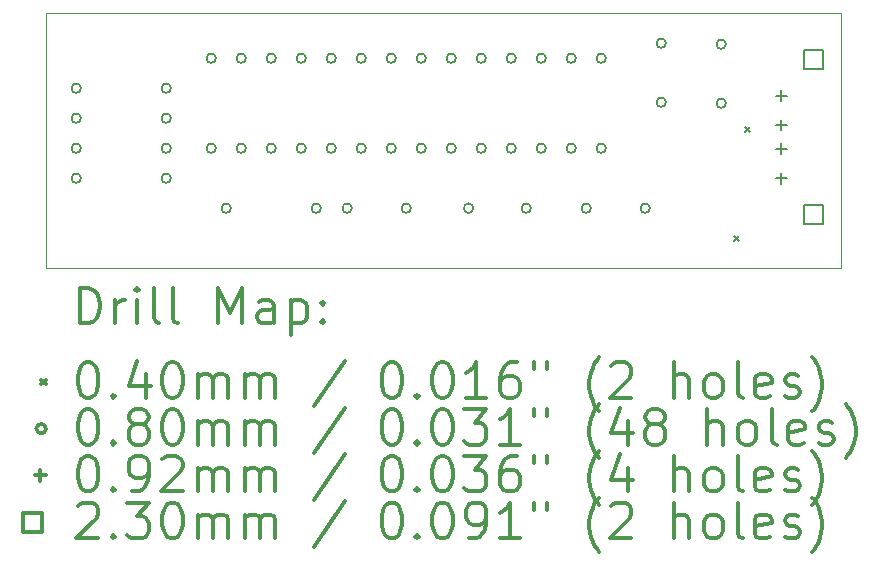
<source format=gbr>
%FSLAX45Y45*%
G04 Gerber Fmt 4.5, Leading zero omitted, Abs format (unit mm)*
G04 Created by KiCad (PCBNEW 5.1.5) date 2020-02-20 08:26:59*
%MOMM*%
%LPD*%
G04 APERTURE LIST*
%TA.AperFunction,Profile*%
%ADD10C,0.050000*%
%TD*%
%ADD11C,0.200000*%
%ADD12C,0.300000*%
G04 APERTURE END LIST*
D10*
X19939000Y-10668000D02*
X19939000Y-8509000D01*
X13208000Y-10668000D02*
X19939000Y-10668000D01*
X13208000Y-10541000D02*
X13208000Y-10668000D01*
X13208000Y-8509000D02*
X13208000Y-10541000D01*
X19939000Y-8509000D02*
X13208000Y-8509000D01*
D11*
X19030000Y-10394000D02*
X19070000Y-10434000D01*
X19070000Y-10394000D02*
X19030000Y-10434000D01*
X19124500Y-9472500D02*
X19164500Y-9512500D01*
X19164500Y-9472500D02*
X19124500Y-9512500D01*
X18963000Y-8771000D02*
G75*
G03X18963000Y-8771000I-40000J0D01*
G01*
X18963000Y-9271000D02*
G75*
G03X18963000Y-9271000I-40000J0D01*
G01*
X13502000Y-9144000D02*
G75*
G03X13502000Y-9144000I-40000J0D01*
G01*
X13502000Y-9398000D02*
G75*
G03X13502000Y-9398000I-40000J0D01*
G01*
X13502000Y-9652000D02*
G75*
G03X13502000Y-9652000I-40000J0D01*
G01*
X13502000Y-9906000D02*
G75*
G03X13502000Y-9906000I-40000J0D01*
G01*
X14264000Y-9144000D02*
G75*
G03X14264000Y-9144000I-40000J0D01*
G01*
X14264000Y-9398000D02*
G75*
G03X14264000Y-9398000I-40000J0D01*
G01*
X14264000Y-9652000D02*
G75*
G03X14264000Y-9652000I-40000J0D01*
G01*
X14264000Y-9906000D02*
G75*
G03X14264000Y-9906000I-40000J0D01*
G01*
X15796000Y-10160000D02*
G75*
G03X15796000Y-10160000I-40000J0D01*
G01*
X16296000Y-10160000D02*
G75*
G03X16296000Y-10160000I-40000J0D01*
G01*
X14645000Y-8890000D02*
G75*
G03X14645000Y-8890000I-40000J0D01*
G01*
X14645000Y-9652000D02*
G75*
G03X14645000Y-9652000I-40000J0D01*
G01*
X14899000Y-8890000D02*
G75*
G03X14899000Y-8890000I-40000J0D01*
G01*
X14899000Y-9652000D02*
G75*
G03X14899000Y-9652000I-40000J0D01*
G01*
X15153000Y-8890000D02*
G75*
G03X15153000Y-8890000I-40000J0D01*
G01*
X15153000Y-9652000D02*
G75*
G03X15153000Y-9652000I-40000J0D01*
G01*
X15407000Y-8890000D02*
G75*
G03X15407000Y-8890000I-40000J0D01*
G01*
X15407000Y-9652000D02*
G75*
G03X15407000Y-9652000I-40000J0D01*
G01*
X15661000Y-8890000D02*
G75*
G03X15661000Y-8890000I-40000J0D01*
G01*
X15661000Y-9652000D02*
G75*
G03X15661000Y-9652000I-40000J0D01*
G01*
X15915000Y-8890000D02*
G75*
G03X15915000Y-8890000I-40000J0D01*
G01*
X15915000Y-9652000D02*
G75*
G03X15915000Y-9652000I-40000J0D01*
G01*
X16169000Y-8890000D02*
G75*
G03X16169000Y-8890000I-40000J0D01*
G01*
X16169000Y-9652000D02*
G75*
G03X16169000Y-9652000I-40000J0D01*
G01*
X16423000Y-8890000D02*
G75*
G03X16423000Y-8890000I-40000J0D01*
G01*
X16423000Y-9652000D02*
G75*
G03X16423000Y-9652000I-40000J0D01*
G01*
X16677000Y-8890000D02*
G75*
G03X16677000Y-8890000I-40000J0D01*
G01*
X16677000Y-9652000D02*
G75*
G03X16677000Y-9652000I-40000J0D01*
G01*
X16931000Y-8890000D02*
G75*
G03X16931000Y-8890000I-40000J0D01*
G01*
X16931000Y-9652000D02*
G75*
G03X16931000Y-9652000I-40000J0D01*
G01*
X17185000Y-8890000D02*
G75*
G03X17185000Y-8890000I-40000J0D01*
G01*
X17185000Y-9652000D02*
G75*
G03X17185000Y-9652000I-40000J0D01*
G01*
X17439000Y-8890000D02*
G75*
G03X17439000Y-8890000I-40000J0D01*
G01*
X17439000Y-9652000D02*
G75*
G03X17439000Y-9652000I-40000J0D01*
G01*
X17693000Y-8890000D02*
G75*
G03X17693000Y-8890000I-40000J0D01*
G01*
X17693000Y-9652000D02*
G75*
G03X17693000Y-9652000I-40000J0D01*
G01*
X17947000Y-8890000D02*
G75*
G03X17947000Y-8890000I-40000J0D01*
G01*
X17947000Y-9652000D02*
G75*
G03X17947000Y-9652000I-40000J0D01*
G01*
X14772000Y-10160000D02*
G75*
G03X14772000Y-10160000I-40000J0D01*
G01*
X15534000Y-10160000D02*
G75*
G03X15534000Y-10160000I-40000J0D01*
G01*
X16824000Y-10160000D02*
G75*
G03X16824000Y-10160000I-40000J0D01*
G01*
X17312000Y-10160000D02*
G75*
G03X17312000Y-10160000I-40000J0D01*
G01*
X17820000Y-10160000D02*
G75*
G03X17820000Y-10160000I-40000J0D01*
G01*
X18320000Y-10160000D02*
G75*
G03X18320000Y-10160000I-40000J0D01*
G01*
X18455000Y-8763000D02*
G75*
G03X18455000Y-8763000I-40000J0D01*
G01*
X18455000Y-9263000D02*
G75*
G03X18455000Y-9263000I-40000J0D01*
G01*
X19431000Y-9160000D02*
X19431000Y-9252000D01*
X19385000Y-9206000D02*
X19477000Y-9206000D01*
X19431000Y-9410000D02*
X19431000Y-9502000D01*
X19385000Y-9456000D02*
X19477000Y-9456000D01*
X19431000Y-9610000D02*
X19431000Y-9702000D01*
X19385000Y-9656000D02*
X19477000Y-9656000D01*
X19431000Y-9860000D02*
X19431000Y-9952000D01*
X19385000Y-9906000D02*
X19477000Y-9906000D01*
X19783318Y-8980318D02*
X19783318Y-8817682D01*
X19620682Y-8817682D01*
X19620682Y-8980318D01*
X19783318Y-8980318D01*
X19783318Y-10294318D02*
X19783318Y-10131682D01*
X19620682Y-10131682D01*
X19620682Y-10294318D01*
X19783318Y-10294318D01*
D12*
X13491928Y-11136214D02*
X13491928Y-10836214D01*
X13563357Y-10836214D01*
X13606214Y-10850500D01*
X13634786Y-10879072D01*
X13649071Y-10907643D01*
X13663357Y-10964786D01*
X13663357Y-11007643D01*
X13649071Y-11064786D01*
X13634786Y-11093357D01*
X13606214Y-11121929D01*
X13563357Y-11136214D01*
X13491928Y-11136214D01*
X13791928Y-11136214D02*
X13791928Y-10936214D01*
X13791928Y-10993357D02*
X13806214Y-10964786D01*
X13820500Y-10950500D01*
X13849071Y-10936214D01*
X13877643Y-10936214D01*
X13977643Y-11136214D02*
X13977643Y-10936214D01*
X13977643Y-10836214D02*
X13963357Y-10850500D01*
X13977643Y-10864786D01*
X13991928Y-10850500D01*
X13977643Y-10836214D01*
X13977643Y-10864786D01*
X14163357Y-11136214D02*
X14134786Y-11121929D01*
X14120500Y-11093357D01*
X14120500Y-10836214D01*
X14320500Y-11136214D02*
X14291928Y-11121929D01*
X14277643Y-11093357D01*
X14277643Y-10836214D01*
X14663357Y-11136214D02*
X14663357Y-10836214D01*
X14763357Y-11050500D01*
X14863357Y-10836214D01*
X14863357Y-11136214D01*
X15134786Y-11136214D02*
X15134786Y-10979072D01*
X15120500Y-10950500D01*
X15091928Y-10936214D01*
X15034786Y-10936214D01*
X15006214Y-10950500D01*
X15134786Y-11121929D02*
X15106214Y-11136214D01*
X15034786Y-11136214D01*
X15006214Y-11121929D01*
X14991928Y-11093357D01*
X14991928Y-11064786D01*
X15006214Y-11036214D01*
X15034786Y-11021929D01*
X15106214Y-11021929D01*
X15134786Y-11007643D01*
X15277643Y-10936214D02*
X15277643Y-11236214D01*
X15277643Y-10950500D02*
X15306214Y-10936214D01*
X15363357Y-10936214D01*
X15391928Y-10950500D01*
X15406214Y-10964786D01*
X15420500Y-10993357D01*
X15420500Y-11079072D01*
X15406214Y-11107643D01*
X15391928Y-11121929D01*
X15363357Y-11136214D01*
X15306214Y-11136214D01*
X15277643Y-11121929D01*
X15549071Y-11107643D02*
X15563357Y-11121929D01*
X15549071Y-11136214D01*
X15534786Y-11121929D01*
X15549071Y-11107643D01*
X15549071Y-11136214D01*
X15549071Y-10950500D02*
X15563357Y-10964786D01*
X15549071Y-10979072D01*
X15534786Y-10964786D01*
X15549071Y-10950500D01*
X15549071Y-10979072D01*
X13165500Y-11610500D02*
X13205500Y-11650500D01*
X13205500Y-11610500D02*
X13165500Y-11650500D01*
X13549071Y-11466214D02*
X13577643Y-11466214D01*
X13606214Y-11480500D01*
X13620500Y-11494786D01*
X13634786Y-11523357D01*
X13649071Y-11580500D01*
X13649071Y-11651929D01*
X13634786Y-11709071D01*
X13620500Y-11737643D01*
X13606214Y-11751929D01*
X13577643Y-11766214D01*
X13549071Y-11766214D01*
X13520500Y-11751929D01*
X13506214Y-11737643D01*
X13491928Y-11709071D01*
X13477643Y-11651929D01*
X13477643Y-11580500D01*
X13491928Y-11523357D01*
X13506214Y-11494786D01*
X13520500Y-11480500D01*
X13549071Y-11466214D01*
X13777643Y-11737643D02*
X13791928Y-11751929D01*
X13777643Y-11766214D01*
X13763357Y-11751929D01*
X13777643Y-11737643D01*
X13777643Y-11766214D01*
X14049071Y-11566214D02*
X14049071Y-11766214D01*
X13977643Y-11451929D02*
X13906214Y-11666214D01*
X14091928Y-11666214D01*
X14263357Y-11466214D02*
X14291928Y-11466214D01*
X14320500Y-11480500D01*
X14334786Y-11494786D01*
X14349071Y-11523357D01*
X14363357Y-11580500D01*
X14363357Y-11651929D01*
X14349071Y-11709071D01*
X14334786Y-11737643D01*
X14320500Y-11751929D01*
X14291928Y-11766214D01*
X14263357Y-11766214D01*
X14234786Y-11751929D01*
X14220500Y-11737643D01*
X14206214Y-11709071D01*
X14191928Y-11651929D01*
X14191928Y-11580500D01*
X14206214Y-11523357D01*
X14220500Y-11494786D01*
X14234786Y-11480500D01*
X14263357Y-11466214D01*
X14491928Y-11766214D02*
X14491928Y-11566214D01*
X14491928Y-11594786D02*
X14506214Y-11580500D01*
X14534786Y-11566214D01*
X14577643Y-11566214D01*
X14606214Y-11580500D01*
X14620500Y-11609071D01*
X14620500Y-11766214D01*
X14620500Y-11609071D02*
X14634786Y-11580500D01*
X14663357Y-11566214D01*
X14706214Y-11566214D01*
X14734786Y-11580500D01*
X14749071Y-11609071D01*
X14749071Y-11766214D01*
X14891928Y-11766214D02*
X14891928Y-11566214D01*
X14891928Y-11594786D02*
X14906214Y-11580500D01*
X14934786Y-11566214D01*
X14977643Y-11566214D01*
X15006214Y-11580500D01*
X15020500Y-11609071D01*
X15020500Y-11766214D01*
X15020500Y-11609071D02*
X15034786Y-11580500D01*
X15063357Y-11566214D01*
X15106214Y-11566214D01*
X15134786Y-11580500D01*
X15149071Y-11609071D01*
X15149071Y-11766214D01*
X15734786Y-11451929D02*
X15477643Y-11837643D01*
X16120500Y-11466214D02*
X16149071Y-11466214D01*
X16177643Y-11480500D01*
X16191928Y-11494786D01*
X16206214Y-11523357D01*
X16220500Y-11580500D01*
X16220500Y-11651929D01*
X16206214Y-11709071D01*
X16191928Y-11737643D01*
X16177643Y-11751929D01*
X16149071Y-11766214D01*
X16120500Y-11766214D01*
X16091928Y-11751929D01*
X16077643Y-11737643D01*
X16063357Y-11709071D01*
X16049071Y-11651929D01*
X16049071Y-11580500D01*
X16063357Y-11523357D01*
X16077643Y-11494786D01*
X16091928Y-11480500D01*
X16120500Y-11466214D01*
X16349071Y-11737643D02*
X16363357Y-11751929D01*
X16349071Y-11766214D01*
X16334786Y-11751929D01*
X16349071Y-11737643D01*
X16349071Y-11766214D01*
X16549071Y-11466214D02*
X16577643Y-11466214D01*
X16606214Y-11480500D01*
X16620500Y-11494786D01*
X16634786Y-11523357D01*
X16649071Y-11580500D01*
X16649071Y-11651929D01*
X16634786Y-11709071D01*
X16620500Y-11737643D01*
X16606214Y-11751929D01*
X16577643Y-11766214D01*
X16549071Y-11766214D01*
X16520500Y-11751929D01*
X16506214Y-11737643D01*
X16491928Y-11709071D01*
X16477643Y-11651929D01*
X16477643Y-11580500D01*
X16491928Y-11523357D01*
X16506214Y-11494786D01*
X16520500Y-11480500D01*
X16549071Y-11466214D01*
X16934786Y-11766214D02*
X16763357Y-11766214D01*
X16849071Y-11766214D02*
X16849071Y-11466214D01*
X16820500Y-11509071D01*
X16791928Y-11537643D01*
X16763357Y-11551929D01*
X17191928Y-11466214D02*
X17134786Y-11466214D01*
X17106214Y-11480500D01*
X17091928Y-11494786D01*
X17063357Y-11537643D01*
X17049071Y-11594786D01*
X17049071Y-11709071D01*
X17063357Y-11737643D01*
X17077643Y-11751929D01*
X17106214Y-11766214D01*
X17163357Y-11766214D01*
X17191928Y-11751929D01*
X17206214Y-11737643D01*
X17220500Y-11709071D01*
X17220500Y-11637643D01*
X17206214Y-11609071D01*
X17191928Y-11594786D01*
X17163357Y-11580500D01*
X17106214Y-11580500D01*
X17077643Y-11594786D01*
X17063357Y-11609071D01*
X17049071Y-11637643D01*
X17334786Y-11466214D02*
X17334786Y-11523357D01*
X17449071Y-11466214D02*
X17449071Y-11523357D01*
X17891928Y-11880500D02*
X17877643Y-11866214D01*
X17849071Y-11823357D01*
X17834786Y-11794786D01*
X17820500Y-11751929D01*
X17806214Y-11680500D01*
X17806214Y-11623357D01*
X17820500Y-11551929D01*
X17834786Y-11509071D01*
X17849071Y-11480500D01*
X17877643Y-11437643D01*
X17891928Y-11423357D01*
X17991928Y-11494786D02*
X18006214Y-11480500D01*
X18034786Y-11466214D01*
X18106214Y-11466214D01*
X18134786Y-11480500D01*
X18149071Y-11494786D01*
X18163357Y-11523357D01*
X18163357Y-11551929D01*
X18149071Y-11594786D01*
X17977643Y-11766214D01*
X18163357Y-11766214D01*
X18520500Y-11766214D02*
X18520500Y-11466214D01*
X18649071Y-11766214D02*
X18649071Y-11609071D01*
X18634786Y-11580500D01*
X18606214Y-11566214D01*
X18563357Y-11566214D01*
X18534786Y-11580500D01*
X18520500Y-11594786D01*
X18834786Y-11766214D02*
X18806214Y-11751929D01*
X18791928Y-11737643D01*
X18777643Y-11709071D01*
X18777643Y-11623357D01*
X18791928Y-11594786D01*
X18806214Y-11580500D01*
X18834786Y-11566214D01*
X18877643Y-11566214D01*
X18906214Y-11580500D01*
X18920500Y-11594786D01*
X18934786Y-11623357D01*
X18934786Y-11709071D01*
X18920500Y-11737643D01*
X18906214Y-11751929D01*
X18877643Y-11766214D01*
X18834786Y-11766214D01*
X19106214Y-11766214D02*
X19077643Y-11751929D01*
X19063357Y-11723357D01*
X19063357Y-11466214D01*
X19334786Y-11751929D02*
X19306214Y-11766214D01*
X19249071Y-11766214D01*
X19220500Y-11751929D01*
X19206214Y-11723357D01*
X19206214Y-11609071D01*
X19220500Y-11580500D01*
X19249071Y-11566214D01*
X19306214Y-11566214D01*
X19334786Y-11580500D01*
X19349071Y-11609071D01*
X19349071Y-11637643D01*
X19206214Y-11666214D01*
X19463357Y-11751929D02*
X19491928Y-11766214D01*
X19549071Y-11766214D01*
X19577643Y-11751929D01*
X19591928Y-11723357D01*
X19591928Y-11709071D01*
X19577643Y-11680500D01*
X19549071Y-11666214D01*
X19506214Y-11666214D01*
X19477643Y-11651929D01*
X19463357Y-11623357D01*
X19463357Y-11609071D01*
X19477643Y-11580500D01*
X19506214Y-11566214D01*
X19549071Y-11566214D01*
X19577643Y-11580500D01*
X19691928Y-11880500D02*
X19706214Y-11866214D01*
X19734786Y-11823357D01*
X19749071Y-11794786D01*
X19763357Y-11751929D01*
X19777643Y-11680500D01*
X19777643Y-11623357D01*
X19763357Y-11551929D01*
X19749071Y-11509071D01*
X19734786Y-11480500D01*
X19706214Y-11437643D01*
X19691928Y-11423357D01*
X13205500Y-12026500D02*
G75*
G03X13205500Y-12026500I-40000J0D01*
G01*
X13549071Y-11862214D02*
X13577643Y-11862214D01*
X13606214Y-11876500D01*
X13620500Y-11890786D01*
X13634786Y-11919357D01*
X13649071Y-11976500D01*
X13649071Y-12047929D01*
X13634786Y-12105071D01*
X13620500Y-12133643D01*
X13606214Y-12147929D01*
X13577643Y-12162214D01*
X13549071Y-12162214D01*
X13520500Y-12147929D01*
X13506214Y-12133643D01*
X13491928Y-12105071D01*
X13477643Y-12047929D01*
X13477643Y-11976500D01*
X13491928Y-11919357D01*
X13506214Y-11890786D01*
X13520500Y-11876500D01*
X13549071Y-11862214D01*
X13777643Y-12133643D02*
X13791928Y-12147929D01*
X13777643Y-12162214D01*
X13763357Y-12147929D01*
X13777643Y-12133643D01*
X13777643Y-12162214D01*
X13963357Y-11990786D02*
X13934786Y-11976500D01*
X13920500Y-11962214D01*
X13906214Y-11933643D01*
X13906214Y-11919357D01*
X13920500Y-11890786D01*
X13934786Y-11876500D01*
X13963357Y-11862214D01*
X14020500Y-11862214D01*
X14049071Y-11876500D01*
X14063357Y-11890786D01*
X14077643Y-11919357D01*
X14077643Y-11933643D01*
X14063357Y-11962214D01*
X14049071Y-11976500D01*
X14020500Y-11990786D01*
X13963357Y-11990786D01*
X13934786Y-12005071D01*
X13920500Y-12019357D01*
X13906214Y-12047929D01*
X13906214Y-12105071D01*
X13920500Y-12133643D01*
X13934786Y-12147929D01*
X13963357Y-12162214D01*
X14020500Y-12162214D01*
X14049071Y-12147929D01*
X14063357Y-12133643D01*
X14077643Y-12105071D01*
X14077643Y-12047929D01*
X14063357Y-12019357D01*
X14049071Y-12005071D01*
X14020500Y-11990786D01*
X14263357Y-11862214D02*
X14291928Y-11862214D01*
X14320500Y-11876500D01*
X14334786Y-11890786D01*
X14349071Y-11919357D01*
X14363357Y-11976500D01*
X14363357Y-12047929D01*
X14349071Y-12105071D01*
X14334786Y-12133643D01*
X14320500Y-12147929D01*
X14291928Y-12162214D01*
X14263357Y-12162214D01*
X14234786Y-12147929D01*
X14220500Y-12133643D01*
X14206214Y-12105071D01*
X14191928Y-12047929D01*
X14191928Y-11976500D01*
X14206214Y-11919357D01*
X14220500Y-11890786D01*
X14234786Y-11876500D01*
X14263357Y-11862214D01*
X14491928Y-12162214D02*
X14491928Y-11962214D01*
X14491928Y-11990786D02*
X14506214Y-11976500D01*
X14534786Y-11962214D01*
X14577643Y-11962214D01*
X14606214Y-11976500D01*
X14620500Y-12005071D01*
X14620500Y-12162214D01*
X14620500Y-12005071D02*
X14634786Y-11976500D01*
X14663357Y-11962214D01*
X14706214Y-11962214D01*
X14734786Y-11976500D01*
X14749071Y-12005071D01*
X14749071Y-12162214D01*
X14891928Y-12162214D02*
X14891928Y-11962214D01*
X14891928Y-11990786D02*
X14906214Y-11976500D01*
X14934786Y-11962214D01*
X14977643Y-11962214D01*
X15006214Y-11976500D01*
X15020500Y-12005071D01*
X15020500Y-12162214D01*
X15020500Y-12005071D02*
X15034786Y-11976500D01*
X15063357Y-11962214D01*
X15106214Y-11962214D01*
X15134786Y-11976500D01*
X15149071Y-12005071D01*
X15149071Y-12162214D01*
X15734786Y-11847929D02*
X15477643Y-12233643D01*
X16120500Y-11862214D02*
X16149071Y-11862214D01*
X16177643Y-11876500D01*
X16191928Y-11890786D01*
X16206214Y-11919357D01*
X16220500Y-11976500D01*
X16220500Y-12047929D01*
X16206214Y-12105071D01*
X16191928Y-12133643D01*
X16177643Y-12147929D01*
X16149071Y-12162214D01*
X16120500Y-12162214D01*
X16091928Y-12147929D01*
X16077643Y-12133643D01*
X16063357Y-12105071D01*
X16049071Y-12047929D01*
X16049071Y-11976500D01*
X16063357Y-11919357D01*
X16077643Y-11890786D01*
X16091928Y-11876500D01*
X16120500Y-11862214D01*
X16349071Y-12133643D02*
X16363357Y-12147929D01*
X16349071Y-12162214D01*
X16334786Y-12147929D01*
X16349071Y-12133643D01*
X16349071Y-12162214D01*
X16549071Y-11862214D02*
X16577643Y-11862214D01*
X16606214Y-11876500D01*
X16620500Y-11890786D01*
X16634786Y-11919357D01*
X16649071Y-11976500D01*
X16649071Y-12047929D01*
X16634786Y-12105071D01*
X16620500Y-12133643D01*
X16606214Y-12147929D01*
X16577643Y-12162214D01*
X16549071Y-12162214D01*
X16520500Y-12147929D01*
X16506214Y-12133643D01*
X16491928Y-12105071D01*
X16477643Y-12047929D01*
X16477643Y-11976500D01*
X16491928Y-11919357D01*
X16506214Y-11890786D01*
X16520500Y-11876500D01*
X16549071Y-11862214D01*
X16749071Y-11862214D02*
X16934786Y-11862214D01*
X16834786Y-11976500D01*
X16877643Y-11976500D01*
X16906214Y-11990786D01*
X16920500Y-12005071D01*
X16934786Y-12033643D01*
X16934786Y-12105071D01*
X16920500Y-12133643D01*
X16906214Y-12147929D01*
X16877643Y-12162214D01*
X16791928Y-12162214D01*
X16763357Y-12147929D01*
X16749071Y-12133643D01*
X17220500Y-12162214D02*
X17049071Y-12162214D01*
X17134786Y-12162214D02*
X17134786Y-11862214D01*
X17106214Y-11905071D01*
X17077643Y-11933643D01*
X17049071Y-11947929D01*
X17334786Y-11862214D02*
X17334786Y-11919357D01*
X17449071Y-11862214D02*
X17449071Y-11919357D01*
X17891928Y-12276500D02*
X17877643Y-12262214D01*
X17849071Y-12219357D01*
X17834786Y-12190786D01*
X17820500Y-12147929D01*
X17806214Y-12076500D01*
X17806214Y-12019357D01*
X17820500Y-11947929D01*
X17834786Y-11905071D01*
X17849071Y-11876500D01*
X17877643Y-11833643D01*
X17891928Y-11819357D01*
X18134786Y-11962214D02*
X18134786Y-12162214D01*
X18063357Y-11847929D02*
X17991928Y-12062214D01*
X18177643Y-12062214D01*
X18334786Y-11990786D02*
X18306214Y-11976500D01*
X18291928Y-11962214D01*
X18277643Y-11933643D01*
X18277643Y-11919357D01*
X18291928Y-11890786D01*
X18306214Y-11876500D01*
X18334786Y-11862214D01*
X18391928Y-11862214D01*
X18420500Y-11876500D01*
X18434786Y-11890786D01*
X18449071Y-11919357D01*
X18449071Y-11933643D01*
X18434786Y-11962214D01*
X18420500Y-11976500D01*
X18391928Y-11990786D01*
X18334786Y-11990786D01*
X18306214Y-12005071D01*
X18291928Y-12019357D01*
X18277643Y-12047929D01*
X18277643Y-12105071D01*
X18291928Y-12133643D01*
X18306214Y-12147929D01*
X18334786Y-12162214D01*
X18391928Y-12162214D01*
X18420500Y-12147929D01*
X18434786Y-12133643D01*
X18449071Y-12105071D01*
X18449071Y-12047929D01*
X18434786Y-12019357D01*
X18420500Y-12005071D01*
X18391928Y-11990786D01*
X18806214Y-12162214D02*
X18806214Y-11862214D01*
X18934786Y-12162214D02*
X18934786Y-12005071D01*
X18920500Y-11976500D01*
X18891928Y-11962214D01*
X18849071Y-11962214D01*
X18820500Y-11976500D01*
X18806214Y-11990786D01*
X19120500Y-12162214D02*
X19091928Y-12147929D01*
X19077643Y-12133643D01*
X19063357Y-12105071D01*
X19063357Y-12019357D01*
X19077643Y-11990786D01*
X19091928Y-11976500D01*
X19120500Y-11962214D01*
X19163357Y-11962214D01*
X19191928Y-11976500D01*
X19206214Y-11990786D01*
X19220500Y-12019357D01*
X19220500Y-12105071D01*
X19206214Y-12133643D01*
X19191928Y-12147929D01*
X19163357Y-12162214D01*
X19120500Y-12162214D01*
X19391928Y-12162214D02*
X19363357Y-12147929D01*
X19349071Y-12119357D01*
X19349071Y-11862214D01*
X19620500Y-12147929D02*
X19591928Y-12162214D01*
X19534786Y-12162214D01*
X19506214Y-12147929D01*
X19491928Y-12119357D01*
X19491928Y-12005071D01*
X19506214Y-11976500D01*
X19534786Y-11962214D01*
X19591928Y-11962214D01*
X19620500Y-11976500D01*
X19634786Y-12005071D01*
X19634786Y-12033643D01*
X19491928Y-12062214D01*
X19749071Y-12147929D02*
X19777643Y-12162214D01*
X19834786Y-12162214D01*
X19863357Y-12147929D01*
X19877643Y-12119357D01*
X19877643Y-12105071D01*
X19863357Y-12076500D01*
X19834786Y-12062214D01*
X19791928Y-12062214D01*
X19763357Y-12047929D01*
X19749071Y-12019357D01*
X19749071Y-12005071D01*
X19763357Y-11976500D01*
X19791928Y-11962214D01*
X19834786Y-11962214D01*
X19863357Y-11976500D01*
X19977643Y-12276500D02*
X19991928Y-12262214D01*
X20020500Y-12219357D01*
X20034786Y-12190786D01*
X20049071Y-12147929D01*
X20063357Y-12076500D01*
X20063357Y-12019357D01*
X20049071Y-11947929D01*
X20034786Y-11905071D01*
X20020500Y-11876500D01*
X19991928Y-11833643D01*
X19977643Y-11819357D01*
X13159500Y-12376500D02*
X13159500Y-12468500D01*
X13113500Y-12422500D02*
X13205500Y-12422500D01*
X13549071Y-12258214D02*
X13577643Y-12258214D01*
X13606214Y-12272500D01*
X13620500Y-12286786D01*
X13634786Y-12315357D01*
X13649071Y-12372500D01*
X13649071Y-12443929D01*
X13634786Y-12501071D01*
X13620500Y-12529643D01*
X13606214Y-12543929D01*
X13577643Y-12558214D01*
X13549071Y-12558214D01*
X13520500Y-12543929D01*
X13506214Y-12529643D01*
X13491928Y-12501071D01*
X13477643Y-12443929D01*
X13477643Y-12372500D01*
X13491928Y-12315357D01*
X13506214Y-12286786D01*
X13520500Y-12272500D01*
X13549071Y-12258214D01*
X13777643Y-12529643D02*
X13791928Y-12543929D01*
X13777643Y-12558214D01*
X13763357Y-12543929D01*
X13777643Y-12529643D01*
X13777643Y-12558214D01*
X13934786Y-12558214D02*
X13991928Y-12558214D01*
X14020500Y-12543929D01*
X14034786Y-12529643D01*
X14063357Y-12486786D01*
X14077643Y-12429643D01*
X14077643Y-12315357D01*
X14063357Y-12286786D01*
X14049071Y-12272500D01*
X14020500Y-12258214D01*
X13963357Y-12258214D01*
X13934786Y-12272500D01*
X13920500Y-12286786D01*
X13906214Y-12315357D01*
X13906214Y-12386786D01*
X13920500Y-12415357D01*
X13934786Y-12429643D01*
X13963357Y-12443929D01*
X14020500Y-12443929D01*
X14049071Y-12429643D01*
X14063357Y-12415357D01*
X14077643Y-12386786D01*
X14191928Y-12286786D02*
X14206214Y-12272500D01*
X14234786Y-12258214D01*
X14306214Y-12258214D01*
X14334786Y-12272500D01*
X14349071Y-12286786D01*
X14363357Y-12315357D01*
X14363357Y-12343929D01*
X14349071Y-12386786D01*
X14177643Y-12558214D01*
X14363357Y-12558214D01*
X14491928Y-12558214D02*
X14491928Y-12358214D01*
X14491928Y-12386786D02*
X14506214Y-12372500D01*
X14534786Y-12358214D01*
X14577643Y-12358214D01*
X14606214Y-12372500D01*
X14620500Y-12401071D01*
X14620500Y-12558214D01*
X14620500Y-12401071D02*
X14634786Y-12372500D01*
X14663357Y-12358214D01*
X14706214Y-12358214D01*
X14734786Y-12372500D01*
X14749071Y-12401071D01*
X14749071Y-12558214D01*
X14891928Y-12558214D02*
X14891928Y-12358214D01*
X14891928Y-12386786D02*
X14906214Y-12372500D01*
X14934786Y-12358214D01*
X14977643Y-12358214D01*
X15006214Y-12372500D01*
X15020500Y-12401071D01*
X15020500Y-12558214D01*
X15020500Y-12401071D02*
X15034786Y-12372500D01*
X15063357Y-12358214D01*
X15106214Y-12358214D01*
X15134786Y-12372500D01*
X15149071Y-12401071D01*
X15149071Y-12558214D01*
X15734786Y-12243929D02*
X15477643Y-12629643D01*
X16120500Y-12258214D02*
X16149071Y-12258214D01*
X16177643Y-12272500D01*
X16191928Y-12286786D01*
X16206214Y-12315357D01*
X16220500Y-12372500D01*
X16220500Y-12443929D01*
X16206214Y-12501071D01*
X16191928Y-12529643D01*
X16177643Y-12543929D01*
X16149071Y-12558214D01*
X16120500Y-12558214D01*
X16091928Y-12543929D01*
X16077643Y-12529643D01*
X16063357Y-12501071D01*
X16049071Y-12443929D01*
X16049071Y-12372500D01*
X16063357Y-12315357D01*
X16077643Y-12286786D01*
X16091928Y-12272500D01*
X16120500Y-12258214D01*
X16349071Y-12529643D02*
X16363357Y-12543929D01*
X16349071Y-12558214D01*
X16334786Y-12543929D01*
X16349071Y-12529643D01*
X16349071Y-12558214D01*
X16549071Y-12258214D02*
X16577643Y-12258214D01*
X16606214Y-12272500D01*
X16620500Y-12286786D01*
X16634786Y-12315357D01*
X16649071Y-12372500D01*
X16649071Y-12443929D01*
X16634786Y-12501071D01*
X16620500Y-12529643D01*
X16606214Y-12543929D01*
X16577643Y-12558214D01*
X16549071Y-12558214D01*
X16520500Y-12543929D01*
X16506214Y-12529643D01*
X16491928Y-12501071D01*
X16477643Y-12443929D01*
X16477643Y-12372500D01*
X16491928Y-12315357D01*
X16506214Y-12286786D01*
X16520500Y-12272500D01*
X16549071Y-12258214D01*
X16749071Y-12258214D02*
X16934786Y-12258214D01*
X16834786Y-12372500D01*
X16877643Y-12372500D01*
X16906214Y-12386786D01*
X16920500Y-12401071D01*
X16934786Y-12429643D01*
X16934786Y-12501071D01*
X16920500Y-12529643D01*
X16906214Y-12543929D01*
X16877643Y-12558214D01*
X16791928Y-12558214D01*
X16763357Y-12543929D01*
X16749071Y-12529643D01*
X17191928Y-12258214D02*
X17134786Y-12258214D01*
X17106214Y-12272500D01*
X17091928Y-12286786D01*
X17063357Y-12329643D01*
X17049071Y-12386786D01*
X17049071Y-12501071D01*
X17063357Y-12529643D01*
X17077643Y-12543929D01*
X17106214Y-12558214D01*
X17163357Y-12558214D01*
X17191928Y-12543929D01*
X17206214Y-12529643D01*
X17220500Y-12501071D01*
X17220500Y-12429643D01*
X17206214Y-12401071D01*
X17191928Y-12386786D01*
X17163357Y-12372500D01*
X17106214Y-12372500D01*
X17077643Y-12386786D01*
X17063357Y-12401071D01*
X17049071Y-12429643D01*
X17334786Y-12258214D02*
X17334786Y-12315357D01*
X17449071Y-12258214D02*
X17449071Y-12315357D01*
X17891928Y-12672500D02*
X17877643Y-12658214D01*
X17849071Y-12615357D01*
X17834786Y-12586786D01*
X17820500Y-12543929D01*
X17806214Y-12472500D01*
X17806214Y-12415357D01*
X17820500Y-12343929D01*
X17834786Y-12301071D01*
X17849071Y-12272500D01*
X17877643Y-12229643D01*
X17891928Y-12215357D01*
X18134786Y-12358214D02*
X18134786Y-12558214D01*
X18063357Y-12243929D02*
X17991928Y-12458214D01*
X18177643Y-12458214D01*
X18520500Y-12558214D02*
X18520500Y-12258214D01*
X18649071Y-12558214D02*
X18649071Y-12401071D01*
X18634786Y-12372500D01*
X18606214Y-12358214D01*
X18563357Y-12358214D01*
X18534786Y-12372500D01*
X18520500Y-12386786D01*
X18834786Y-12558214D02*
X18806214Y-12543929D01*
X18791928Y-12529643D01*
X18777643Y-12501071D01*
X18777643Y-12415357D01*
X18791928Y-12386786D01*
X18806214Y-12372500D01*
X18834786Y-12358214D01*
X18877643Y-12358214D01*
X18906214Y-12372500D01*
X18920500Y-12386786D01*
X18934786Y-12415357D01*
X18934786Y-12501071D01*
X18920500Y-12529643D01*
X18906214Y-12543929D01*
X18877643Y-12558214D01*
X18834786Y-12558214D01*
X19106214Y-12558214D02*
X19077643Y-12543929D01*
X19063357Y-12515357D01*
X19063357Y-12258214D01*
X19334786Y-12543929D02*
X19306214Y-12558214D01*
X19249071Y-12558214D01*
X19220500Y-12543929D01*
X19206214Y-12515357D01*
X19206214Y-12401071D01*
X19220500Y-12372500D01*
X19249071Y-12358214D01*
X19306214Y-12358214D01*
X19334786Y-12372500D01*
X19349071Y-12401071D01*
X19349071Y-12429643D01*
X19206214Y-12458214D01*
X19463357Y-12543929D02*
X19491928Y-12558214D01*
X19549071Y-12558214D01*
X19577643Y-12543929D01*
X19591928Y-12515357D01*
X19591928Y-12501071D01*
X19577643Y-12472500D01*
X19549071Y-12458214D01*
X19506214Y-12458214D01*
X19477643Y-12443929D01*
X19463357Y-12415357D01*
X19463357Y-12401071D01*
X19477643Y-12372500D01*
X19506214Y-12358214D01*
X19549071Y-12358214D01*
X19577643Y-12372500D01*
X19691928Y-12672500D02*
X19706214Y-12658214D01*
X19734786Y-12615357D01*
X19749071Y-12586786D01*
X19763357Y-12543929D01*
X19777643Y-12472500D01*
X19777643Y-12415357D01*
X19763357Y-12343929D01*
X19749071Y-12301071D01*
X19734786Y-12272500D01*
X19706214Y-12229643D01*
X19691928Y-12215357D01*
X13171818Y-12899818D02*
X13171818Y-12737182D01*
X13009182Y-12737182D01*
X13009182Y-12899818D01*
X13171818Y-12899818D01*
X13477643Y-12682786D02*
X13491928Y-12668500D01*
X13520500Y-12654214D01*
X13591928Y-12654214D01*
X13620500Y-12668500D01*
X13634786Y-12682786D01*
X13649071Y-12711357D01*
X13649071Y-12739929D01*
X13634786Y-12782786D01*
X13463357Y-12954214D01*
X13649071Y-12954214D01*
X13777643Y-12925643D02*
X13791928Y-12939929D01*
X13777643Y-12954214D01*
X13763357Y-12939929D01*
X13777643Y-12925643D01*
X13777643Y-12954214D01*
X13891928Y-12654214D02*
X14077643Y-12654214D01*
X13977643Y-12768500D01*
X14020500Y-12768500D01*
X14049071Y-12782786D01*
X14063357Y-12797071D01*
X14077643Y-12825643D01*
X14077643Y-12897071D01*
X14063357Y-12925643D01*
X14049071Y-12939929D01*
X14020500Y-12954214D01*
X13934786Y-12954214D01*
X13906214Y-12939929D01*
X13891928Y-12925643D01*
X14263357Y-12654214D02*
X14291928Y-12654214D01*
X14320500Y-12668500D01*
X14334786Y-12682786D01*
X14349071Y-12711357D01*
X14363357Y-12768500D01*
X14363357Y-12839929D01*
X14349071Y-12897071D01*
X14334786Y-12925643D01*
X14320500Y-12939929D01*
X14291928Y-12954214D01*
X14263357Y-12954214D01*
X14234786Y-12939929D01*
X14220500Y-12925643D01*
X14206214Y-12897071D01*
X14191928Y-12839929D01*
X14191928Y-12768500D01*
X14206214Y-12711357D01*
X14220500Y-12682786D01*
X14234786Y-12668500D01*
X14263357Y-12654214D01*
X14491928Y-12954214D02*
X14491928Y-12754214D01*
X14491928Y-12782786D02*
X14506214Y-12768500D01*
X14534786Y-12754214D01*
X14577643Y-12754214D01*
X14606214Y-12768500D01*
X14620500Y-12797071D01*
X14620500Y-12954214D01*
X14620500Y-12797071D02*
X14634786Y-12768500D01*
X14663357Y-12754214D01*
X14706214Y-12754214D01*
X14734786Y-12768500D01*
X14749071Y-12797071D01*
X14749071Y-12954214D01*
X14891928Y-12954214D02*
X14891928Y-12754214D01*
X14891928Y-12782786D02*
X14906214Y-12768500D01*
X14934786Y-12754214D01*
X14977643Y-12754214D01*
X15006214Y-12768500D01*
X15020500Y-12797071D01*
X15020500Y-12954214D01*
X15020500Y-12797071D02*
X15034786Y-12768500D01*
X15063357Y-12754214D01*
X15106214Y-12754214D01*
X15134786Y-12768500D01*
X15149071Y-12797071D01*
X15149071Y-12954214D01*
X15734786Y-12639929D02*
X15477643Y-13025643D01*
X16120500Y-12654214D02*
X16149071Y-12654214D01*
X16177643Y-12668500D01*
X16191928Y-12682786D01*
X16206214Y-12711357D01*
X16220500Y-12768500D01*
X16220500Y-12839929D01*
X16206214Y-12897071D01*
X16191928Y-12925643D01*
X16177643Y-12939929D01*
X16149071Y-12954214D01*
X16120500Y-12954214D01*
X16091928Y-12939929D01*
X16077643Y-12925643D01*
X16063357Y-12897071D01*
X16049071Y-12839929D01*
X16049071Y-12768500D01*
X16063357Y-12711357D01*
X16077643Y-12682786D01*
X16091928Y-12668500D01*
X16120500Y-12654214D01*
X16349071Y-12925643D02*
X16363357Y-12939929D01*
X16349071Y-12954214D01*
X16334786Y-12939929D01*
X16349071Y-12925643D01*
X16349071Y-12954214D01*
X16549071Y-12654214D02*
X16577643Y-12654214D01*
X16606214Y-12668500D01*
X16620500Y-12682786D01*
X16634786Y-12711357D01*
X16649071Y-12768500D01*
X16649071Y-12839929D01*
X16634786Y-12897071D01*
X16620500Y-12925643D01*
X16606214Y-12939929D01*
X16577643Y-12954214D01*
X16549071Y-12954214D01*
X16520500Y-12939929D01*
X16506214Y-12925643D01*
X16491928Y-12897071D01*
X16477643Y-12839929D01*
X16477643Y-12768500D01*
X16491928Y-12711357D01*
X16506214Y-12682786D01*
X16520500Y-12668500D01*
X16549071Y-12654214D01*
X16791928Y-12954214D02*
X16849071Y-12954214D01*
X16877643Y-12939929D01*
X16891928Y-12925643D01*
X16920500Y-12882786D01*
X16934786Y-12825643D01*
X16934786Y-12711357D01*
X16920500Y-12682786D01*
X16906214Y-12668500D01*
X16877643Y-12654214D01*
X16820500Y-12654214D01*
X16791928Y-12668500D01*
X16777643Y-12682786D01*
X16763357Y-12711357D01*
X16763357Y-12782786D01*
X16777643Y-12811357D01*
X16791928Y-12825643D01*
X16820500Y-12839929D01*
X16877643Y-12839929D01*
X16906214Y-12825643D01*
X16920500Y-12811357D01*
X16934786Y-12782786D01*
X17220500Y-12954214D02*
X17049071Y-12954214D01*
X17134786Y-12954214D02*
X17134786Y-12654214D01*
X17106214Y-12697071D01*
X17077643Y-12725643D01*
X17049071Y-12739929D01*
X17334786Y-12654214D02*
X17334786Y-12711357D01*
X17449071Y-12654214D02*
X17449071Y-12711357D01*
X17891928Y-13068500D02*
X17877643Y-13054214D01*
X17849071Y-13011357D01*
X17834786Y-12982786D01*
X17820500Y-12939929D01*
X17806214Y-12868500D01*
X17806214Y-12811357D01*
X17820500Y-12739929D01*
X17834786Y-12697071D01*
X17849071Y-12668500D01*
X17877643Y-12625643D01*
X17891928Y-12611357D01*
X17991928Y-12682786D02*
X18006214Y-12668500D01*
X18034786Y-12654214D01*
X18106214Y-12654214D01*
X18134786Y-12668500D01*
X18149071Y-12682786D01*
X18163357Y-12711357D01*
X18163357Y-12739929D01*
X18149071Y-12782786D01*
X17977643Y-12954214D01*
X18163357Y-12954214D01*
X18520500Y-12954214D02*
X18520500Y-12654214D01*
X18649071Y-12954214D02*
X18649071Y-12797071D01*
X18634786Y-12768500D01*
X18606214Y-12754214D01*
X18563357Y-12754214D01*
X18534786Y-12768500D01*
X18520500Y-12782786D01*
X18834786Y-12954214D02*
X18806214Y-12939929D01*
X18791928Y-12925643D01*
X18777643Y-12897071D01*
X18777643Y-12811357D01*
X18791928Y-12782786D01*
X18806214Y-12768500D01*
X18834786Y-12754214D01*
X18877643Y-12754214D01*
X18906214Y-12768500D01*
X18920500Y-12782786D01*
X18934786Y-12811357D01*
X18934786Y-12897071D01*
X18920500Y-12925643D01*
X18906214Y-12939929D01*
X18877643Y-12954214D01*
X18834786Y-12954214D01*
X19106214Y-12954214D02*
X19077643Y-12939929D01*
X19063357Y-12911357D01*
X19063357Y-12654214D01*
X19334786Y-12939929D02*
X19306214Y-12954214D01*
X19249071Y-12954214D01*
X19220500Y-12939929D01*
X19206214Y-12911357D01*
X19206214Y-12797071D01*
X19220500Y-12768500D01*
X19249071Y-12754214D01*
X19306214Y-12754214D01*
X19334786Y-12768500D01*
X19349071Y-12797071D01*
X19349071Y-12825643D01*
X19206214Y-12854214D01*
X19463357Y-12939929D02*
X19491928Y-12954214D01*
X19549071Y-12954214D01*
X19577643Y-12939929D01*
X19591928Y-12911357D01*
X19591928Y-12897071D01*
X19577643Y-12868500D01*
X19549071Y-12854214D01*
X19506214Y-12854214D01*
X19477643Y-12839929D01*
X19463357Y-12811357D01*
X19463357Y-12797071D01*
X19477643Y-12768500D01*
X19506214Y-12754214D01*
X19549071Y-12754214D01*
X19577643Y-12768500D01*
X19691928Y-13068500D02*
X19706214Y-13054214D01*
X19734786Y-13011357D01*
X19749071Y-12982786D01*
X19763357Y-12939929D01*
X19777643Y-12868500D01*
X19777643Y-12811357D01*
X19763357Y-12739929D01*
X19749071Y-12697071D01*
X19734786Y-12668500D01*
X19706214Y-12625643D01*
X19691928Y-12611357D01*
M02*

</source>
